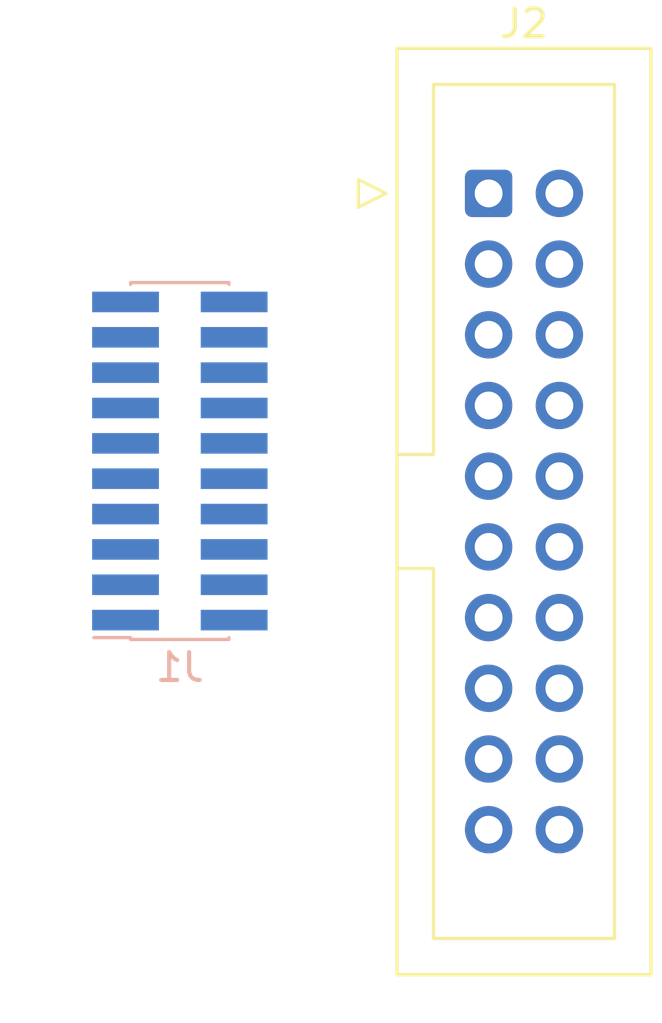
<source format=kicad_pcb>
(kicad_pcb (version 20171130) (host pcbnew 5.1.9-73d0e3b20d~88~ubuntu18.04.1)

  (general
    (thickness 1.6)
    (drawings 0)
    (tracks 0)
    (zones 0)
    (modules 2)
    (nets 24)
  )

  (page A4)
  (layers
    (0 F.Cu signal)
    (31 B.Cu signal)
    (32 B.Adhes user)
    (33 F.Adhes user)
    (34 B.Paste user)
    (35 F.Paste user)
    (36 B.SilkS user)
    (37 F.SilkS user)
    (38 B.Mask user)
    (39 F.Mask user)
    (40 Dwgs.User user)
    (41 Cmts.User user)
    (42 Eco1.User user)
    (43 Eco2.User user)
    (44 Edge.Cuts user)
    (45 Margin user)
    (46 B.CrtYd user)
    (47 F.CrtYd user)
    (48 B.Fab user)
    (49 F.Fab user)
  )

  (setup
    (last_trace_width 0.25)
    (trace_clearance 0.2)
    (zone_clearance 0.508)
    (zone_45_only no)
    (trace_min 0.2)
    (via_size 0.8)
    (via_drill 0.4)
    (via_min_size 0.4)
    (via_min_drill 0.3)
    (uvia_size 0.3)
    (uvia_drill 0.1)
    (uvias_allowed no)
    (uvia_min_size 0.2)
    (uvia_min_drill 0.1)
    (edge_width 0.05)
    (segment_width 0.2)
    (pcb_text_width 0.3)
    (pcb_text_size 1.5 1.5)
    (mod_edge_width 0.12)
    (mod_text_size 1 1)
    (mod_text_width 0.15)
    (pad_size 1.524 1.524)
    (pad_drill 0.762)
    (pad_to_mask_clearance 0)
    (aux_axis_origin 0 0)
    (visible_elements FFFFFF7F)
    (pcbplotparams
      (layerselection 0x010fc_ffffffff)
      (usegerberextensions false)
      (usegerberattributes true)
      (usegerberadvancedattributes true)
      (creategerberjobfile true)
      (excludeedgelayer true)
      (linewidth 0.100000)
      (plotframeref false)
      (viasonmask false)
      (mode 1)
      (useauxorigin false)
      (hpglpennumber 1)
      (hpglpenspeed 20)
      (hpglpendiameter 15.000000)
      (psnegative false)
      (psa4output false)
      (plotreference true)
      (plotvalue true)
      (plotinvisibletext false)
      (padsonsilk false)
      (subtractmaskfromsilk false)
      (outputformat 1)
      (mirror false)
      (drillshape 1)
      (scaleselection 1)
      (outputdirectory ""))
  )

  (net 0 "")
  (net 1 /JTAG_TRSTn)
  (net 2 /JTAG_TMS)
  (net 3 /JTAG_TDIS)
  (net 4 /JTAG_TDI)
  (net 5 "Net-(J1-Pad5)")
  (net 6 /VDD_3V3B)
  (net 7 GND)
  (net 8 /JTAG_TDO)
  (net 9 /JTAG_TCKRTN)
  (net 10 /JTAG_TCK)
  (net 11 /JTAG_EMU1)
  (net 12 /JTAG_EMU0)
  (net 13 /JTAG_SYS_RESETn)
  (net 14 /CLKOUT2)
  (net 15 /XDMA_EVENT_INTR0)
  (net 16 /MMC0_SD)
  (net 17 /DBGRQ)
  (net 18 /5V-Supply)
  (net 19 "Net-(J2-Pad2)")
  (net 20 "Net-(J2-Pad14)")
  (net 21 "Net-(J2-Pad16)")
  (net 22 "Net-(J2-Pad18)")
  (net 23 "Net-(J2-Pad20)")

  (net_class Default "This is the default net class."
    (clearance 0.2)
    (trace_width 0.25)
    (via_dia 0.8)
    (via_drill 0.4)
    (uvia_dia 0.3)
    (uvia_drill 0.1)
    (add_net /5V-Supply)
    (add_net /CLKOUT2)
    (add_net /DBGRQ)
    (add_net /JTAG_EMU0)
    (add_net /JTAG_EMU1)
    (add_net /JTAG_SYS_RESETn)
    (add_net /JTAG_TCK)
    (add_net /JTAG_TCKRTN)
    (add_net /JTAG_TDI)
    (add_net /JTAG_TDIS)
    (add_net /JTAG_TDO)
    (add_net /JTAG_TMS)
    (add_net /JTAG_TRSTn)
    (add_net /MMC0_SD)
    (add_net /VDD_3V3B)
    (add_net /XDMA_EVENT_INTR0)
    (add_net GND)
    (add_net "Net-(J1-Pad5)")
    (add_net "Net-(J2-Pad14)")
    (add_net "Net-(J2-Pad16)")
    (add_net "Net-(J2-Pad18)")
    (add_net "Net-(J2-Pad2)")
    (add_net "Net-(J2-Pad20)")
  )

  (module Connector_PinHeader_1.27mm:PinHeader_2x10_P1.27mm_Vertical_SMD (layer B.Cu) (tedit 59FED6E3) (tstamp 6050F926)
    (at 116.84 91.44)
    (descr "surface-mounted straight pin header, 2x10, 1.27mm pitch, double rows")
    (tags "Surface mounted pin header SMD 2x10 1.27mm double row")
    (path /60512968)
    (attr smd)
    (fp_text reference J1 (at 0 7.41) (layer B.SilkS)
      (effects (font (size 1 1) (thickness 0.15)) (justify mirror))
    )
    (fp_text value "cTI JTAG MIRROR" (at 0 -7.41) (layer B.Fab)
      (effects (font (size 1 1) (thickness 0.15)) (justify mirror))
    )
    (fp_line (start 4.3 6.85) (end -4.3 6.85) (layer B.CrtYd) (width 0.05))
    (fp_line (start 4.3 -6.85) (end 4.3 6.85) (layer B.CrtYd) (width 0.05))
    (fp_line (start -4.3 -6.85) (end 4.3 -6.85) (layer B.CrtYd) (width 0.05))
    (fp_line (start -4.3 6.85) (end -4.3 -6.85) (layer B.CrtYd) (width 0.05))
    (fp_line (start 1.765 -6.345) (end 1.765 -6.41) (layer B.SilkS) (width 0.12))
    (fp_line (start -1.765 -6.345) (end -1.765 -6.41) (layer B.SilkS) (width 0.12))
    (fp_line (start 1.765 6.41) (end 1.765 6.345) (layer B.SilkS) (width 0.12))
    (fp_line (start -1.765 6.41) (end -1.765 6.345) (layer B.SilkS) (width 0.12))
    (fp_line (start -3.09 6.345) (end -1.765 6.345) (layer B.SilkS) (width 0.12))
    (fp_line (start -1.765 -6.41) (end 1.765 -6.41) (layer B.SilkS) (width 0.12))
    (fp_line (start -1.765 6.41) (end 1.765 6.41) (layer B.SilkS) (width 0.12))
    (fp_line (start 2.75 -5.915) (end 1.705 -5.915) (layer B.Fab) (width 0.1))
    (fp_line (start 2.75 -5.515) (end 2.75 -5.915) (layer B.Fab) (width 0.1))
    (fp_line (start 1.705 -5.515) (end 2.75 -5.515) (layer B.Fab) (width 0.1))
    (fp_line (start -2.75 -5.915) (end -1.705 -5.915) (layer B.Fab) (width 0.1))
    (fp_line (start -2.75 -5.515) (end -2.75 -5.915) (layer B.Fab) (width 0.1))
    (fp_line (start -1.705 -5.515) (end -2.75 -5.515) (layer B.Fab) (width 0.1))
    (fp_line (start 2.75 -4.645) (end 1.705 -4.645) (layer B.Fab) (width 0.1))
    (fp_line (start 2.75 -4.245) (end 2.75 -4.645) (layer B.Fab) (width 0.1))
    (fp_line (start 1.705 -4.245) (end 2.75 -4.245) (layer B.Fab) (width 0.1))
    (fp_line (start -2.75 -4.645) (end -1.705 -4.645) (layer B.Fab) (width 0.1))
    (fp_line (start -2.75 -4.245) (end -2.75 -4.645) (layer B.Fab) (width 0.1))
    (fp_line (start -1.705 -4.245) (end -2.75 -4.245) (layer B.Fab) (width 0.1))
    (fp_line (start 2.75 -3.375) (end 1.705 -3.375) (layer B.Fab) (width 0.1))
    (fp_line (start 2.75 -2.975) (end 2.75 -3.375) (layer B.Fab) (width 0.1))
    (fp_line (start 1.705 -2.975) (end 2.75 -2.975) (layer B.Fab) (width 0.1))
    (fp_line (start -2.75 -3.375) (end -1.705 -3.375) (layer B.Fab) (width 0.1))
    (fp_line (start -2.75 -2.975) (end -2.75 -3.375) (layer B.Fab) (width 0.1))
    (fp_line (start -1.705 -2.975) (end -2.75 -2.975) (layer B.Fab) (width 0.1))
    (fp_line (start 2.75 -2.105) (end 1.705 -2.105) (layer B.Fab) (width 0.1))
    (fp_line (start 2.75 -1.705) (end 2.75 -2.105) (layer B.Fab) (width 0.1))
    (fp_line (start 1.705 -1.705) (end 2.75 -1.705) (layer B.Fab) (width 0.1))
    (fp_line (start -2.75 -2.105) (end -1.705 -2.105) (layer B.Fab) (width 0.1))
    (fp_line (start -2.75 -1.705) (end -2.75 -2.105) (layer B.Fab) (width 0.1))
    (fp_line (start -1.705 -1.705) (end -2.75 -1.705) (layer B.Fab) (width 0.1))
    (fp_line (start 2.75 -0.835) (end 1.705 -0.835) (layer B.Fab) (width 0.1))
    (fp_line (start 2.75 -0.435) (end 2.75 -0.835) (layer B.Fab) (width 0.1))
    (fp_line (start 1.705 -0.435) (end 2.75 -0.435) (layer B.Fab) (width 0.1))
    (fp_line (start -2.75 -0.835) (end -1.705 -0.835) (layer B.Fab) (width 0.1))
    (fp_line (start -2.75 -0.435) (end -2.75 -0.835) (layer B.Fab) (width 0.1))
    (fp_line (start -1.705 -0.435) (end -2.75 -0.435) (layer B.Fab) (width 0.1))
    (fp_line (start 2.75 0.435) (end 1.705 0.435) (layer B.Fab) (width 0.1))
    (fp_line (start 2.75 0.835) (end 2.75 0.435) (layer B.Fab) (width 0.1))
    (fp_line (start 1.705 0.835) (end 2.75 0.835) (layer B.Fab) (width 0.1))
    (fp_line (start -2.75 0.435) (end -1.705 0.435) (layer B.Fab) (width 0.1))
    (fp_line (start -2.75 0.835) (end -2.75 0.435) (layer B.Fab) (width 0.1))
    (fp_line (start -1.705 0.835) (end -2.75 0.835) (layer B.Fab) (width 0.1))
    (fp_line (start 2.75 1.705) (end 1.705 1.705) (layer B.Fab) (width 0.1))
    (fp_line (start 2.75 2.105) (end 2.75 1.705) (layer B.Fab) (width 0.1))
    (fp_line (start 1.705 2.105) (end 2.75 2.105) (layer B.Fab) (width 0.1))
    (fp_line (start -2.75 1.705) (end -1.705 1.705) (layer B.Fab) (width 0.1))
    (fp_line (start -2.75 2.105) (end -2.75 1.705) (layer B.Fab) (width 0.1))
    (fp_line (start -1.705 2.105) (end -2.75 2.105) (layer B.Fab) (width 0.1))
    (fp_line (start 2.75 2.975) (end 1.705 2.975) (layer B.Fab) (width 0.1))
    (fp_line (start 2.75 3.375) (end 2.75 2.975) (layer B.Fab) (width 0.1))
    (fp_line (start 1.705 3.375) (end 2.75 3.375) (layer B.Fab) (width 0.1))
    (fp_line (start -2.75 2.975) (end -1.705 2.975) (layer B.Fab) (width 0.1))
    (fp_line (start -2.75 3.375) (end -2.75 2.975) (layer B.Fab) (width 0.1))
    (fp_line (start -1.705 3.375) (end -2.75 3.375) (layer B.Fab) (width 0.1))
    (fp_line (start 2.75 4.245) (end 1.705 4.245) (layer B.Fab) (width 0.1))
    (fp_line (start 2.75 4.645) (end 2.75 4.245) (layer B.Fab) (width 0.1))
    (fp_line (start 1.705 4.645) (end 2.75 4.645) (layer B.Fab) (width 0.1))
    (fp_line (start -2.75 4.245) (end -1.705 4.245) (layer B.Fab) (width 0.1))
    (fp_line (start -2.75 4.645) (end -2.75 4.245) (layer B.Fab) (width 0.1))
    (fp_line (start -1.705 4.645) (end -2.75 4.645) (layer B.Fab) (width 0.1))
    (fp_line (start 2.75 5.515) (end 1.705 5.515) (layer B.Fab) (width 0.1))
    (fp_line (start 2.75 5.915) (end 2.75 5.515) (layer B.Fab) (width 0.1))
    (fp_line (start 1.705 5.915) (end 2.75 5.915) (layer B.Fab) (width 0.1))
    (fp_line (start -2.75 5.515) (end -1.705 5.515) (layer B.Fab) (width 0.1))
    (fp_line (start -2.75 5.915) (end -2.75 5.515) (layer B.Fab) (width 0.1))
    (fp_line (start -1.705 5.915) (end -2.75 5.915) (layer B.Fab) (width 0.1))
    (fp_line (start 1.705 6.35) (end 1.705 -6.35) (layer B.Fab) (width 0.1))
    (fp_line (start -1.705 5.915) (end -1.27 6.35) (layer B.Fab) (width 0.1))
    (fp_line (start -1.705 -6.35) (end -1.705 5.915) (layer B.Fab) (width 0.1))
    (fp_line (start -1.27 6.35) (end 1.705 6.35) (layer B.Fab) (width 0.1))
    (fp_line (start 1.705 -6.35) (end -1.705 -6.35) (layer B.Fab) (width 0.1))
    (fp_text user %R (at 0 0 270) (layer B.Fab)
      (effects (font (size 1 1) (thickness 0.15)) (justify mirror))
    )
    (pad 1 smd rect (at -1.95 5.715) (size 2.4 0.74) (layers B.Cu B.Paste B.Mask)
      (net 1 /JTAG_TRSTn))
    (pad 2 smd rect (at 1.95 5.715) (size 2.4 0.74) (layers B.Cu B.Paste B.Mask)
      (net 2 /JTAG_TMS))
    (pad 3 smd rect (at -1.95 4.445) (size 2.4 0.74) (layers B.Cu B.Paste B.Mask)
      (net 3 /JTAG_TDIS))
    (pad 4 smd rect (at 1.95 4.445) (size 2.4 0.74) (layers B.Cu B.Paste B.Mask)
      (net 4 /JTAG_TDI))
    (pad 5 smd rect (at -1.95 3.175) (size 2.4 0.74) (layers B.Cu B.Paste B.Mask)
      (net 5 "Net-(J1-Pad5)"))
    (pad 6 smd rect (at 1.95 3.175) (size 2.4 0.74) (layers B.Cu B.Paste B.Mask)
      (net 6 /VDD_3V3B))
    (pad 7 smd rect (at -1.95 1.905) (size 2.4 0.74) (layers B.Cu B.Paste B.Mask)
      (net 7 GND))
    (pad 8 smd rect (at 1.95 1.905) (size 2.4 0.74) (layers B.Cu B.Paste B.Mask)
      (net 8 /JTAG_TDO))
    (pad 9 smd rect (at -1.95 0.635) (size 2.4 0.74) (layers B.Cu B.Paste B.Mask)
      (net 7 GND))
    (pad 10 smd rect (at 1.95 0.635) (size 2.4 0.74) (layers B.Cu B.Paste B.Mask)
      (net 9 /JTAG_TCKRTN))
    (pad 11 smd rect (at -1.95 -0.635) (size 2.4 0.74) (layers B.Cu B.Paste B.Mask)
      (net 7 GND))
    (pad 12 smd rect (at 1.95 -0.635) (size 2.4 0.74) (layers B.Cu B.Paste B.Mask)
      (net 10 /JTAG_TCK))
    (pad 13 smd rect (at -1.95 -1.905) (size 2.4 0.74) (layers B.Cu B.Paste B.Mask)
      (net 11 /JTAG_EMU1))
    (pad 14 smd rect (at 1.95 -1.905) (size 2.4 0.74) (layers B.Cu B.Paste B.Mask)
      (net 12 /JTAG_EMU0))
    (pad 15 smd rect (at -1.95 -3.175) (size 2.4 0.74) (layers B.Cu B.Paste B.Mask)
      (net 7 GND))
    (pad 16 smd rect (at 1.95 -3.175) (size 2.4 0.74) (layers B.Cu B.Paste B.Mask)
      (net 13 /JTAG_SYS_RESETn))
    (pad 17 smd rect (at -1.95 -4.445) (size 2.4 0.74) (layers B.Cu B.Paste B.Mask)
      (net 14 /CLKOUT2))
    (pad 18 smd rect (at 1.95 -4.445) (size 2.4 0.74) (layers B.Cu B.Paste B.Mask)
      (net 15 /XDMA_EVENT_INTR0))
    (pad 19 smd rect (at -1.95 -5.715) (size 2.4 0.74) (layers B.Cu B.Paste B.Mask)
      (net 7 GND))
    (pad 20 smd rect (at 1.95 -5.715) (size 2.4 0.74) (layers B.Cu B.Paste B.Mask)
      (net 16 /MMC0_SD))
    (model ${KISYS3DMOD}/Connector_PinHeader_1.27mm.3dshapes/PinHeader_2x10_P1.27mm_Vertical_SMD.wrl
      (at (xyz 0 0 0))
      (scale (xyz 1 1 1))
      (rotate (xyz 0 0 0))
    )
  )

  (module Connector_IDC:IDC-Header_2x10_P2.54mm_Vertical (layer F.Cu) (tedit 5EAC9A07) (tstamp 6050F95F)
    (at 127.930001 81.825001)
    (descr "Through hole IDC box header, 2x10, 2.54mm pitch, DIN 41651 / IEC 60603-13, double rows, https://docs.google.com/spreadsheets/d/16SsEcesNF15N3Lb4niX7dcUr-NY5_MFPQhobNuNppn4/edit#gid=0")
    (tags "Through hole vertical IDC box header THT 2x10 2.54mm double row")
    (path /60523B77)
    (fp_text reference J2 (at 1.27 -6.1) (layer F.SilkS)
      (effects (font (size 1 1) (thickness 0.15)))
    )
    (fp_text value "JLINK JTAG" (at 1.27 28.96) (layer F.Fab)
      (effects (font (size 1 1) (thickness 0.15)))
    )
    (fp_line (start 6.22 -5.6) (end -3.68 -5.6) (layer F.CrtYd) (width 0.05))
    (fp_line (start 6.22 28.46) (end 6.22 -5.6) (layer F.CrtYd) (width 0.05))
    (fp_line (start -3.68 28.46) (end 6.22 28.46) (layer F.CrtYd) (width 0.05))
    (fp_line (start -3.68 -5.6) (end -3.68 28.46) (layer F.CrtYd) (width 0.05))
    (fp_line (start -4.68 0.5) (end -3.68 0) (layer F.SilkS) (width 0.12))
    (fp_line (start -4.68 -0.5) (end -4.68 0.5) (layer F.SilkS) (width 0.12))
    (fp_line (start -3.68 0) (end -4.68 -0.5) (layer F.SilkS) (width 0.12))
    (fp_line (start -1.98 13.48) (end -3.29 13.48) (layer F.SilkS) (width 0.12))
    (fp_line (start -1.98 13.48) (end -1.98 13.48) (layer F.SilkS) (width 0.12))
    (fp_line (start -1.98 26.77) (end -1.98 13.48) (layer F.SilkS) (width 0.12))
    (fp_line (start 4.52 26.77) (end -1.98 26.77) (layer F.SilkS) (width 0.12))
    (fp_line (start 4.52 -3.91) (end 4.52 26.77) (layer F.SilkS) (width 0.12))
    (fp_line (start -1.98 -3.91) (end 4.52 -3.91) (layer F.SilkS) (width 0.12))
    (fp_line (start -1.98 9.38) (end -1.98 -3.91) (layer F.SilkS) (width 0.12))
    (fp_line (start -3.29 9.38) (end -1.98 9.38) (layer F.SilkS) (width 0.12))
    (fp_line (start -3.29 28.07) (end -3.29 -5.21) (layer F.SilkS) (width 0.12))
    (fp_line (start 5.83 28.07) (end -3.29 28.07) (layer F.SilkS) (width 0.12))
    (fp_line (start 5.83 -5.21) (end 5.83 28.07) (layer F.SilkS) (width 0.12))
    (fp_line (start -3.29 -5.21) (end 5.83 -5.21) (layer F.SilkS) (width 0.12))
    (fp_line (start -1.98 13.48) (end -3.18 13.48) (layer F.Fab) (width 0.1))
    (fp_line (start -1.98 13.48) (end -1.98 13.48) (layer F.Fab) (width 0.1))
    (fp_line (start -1.98 26.77) (end -1.98 13.48) (layer F.Fab) (width 0.1))
    (fp_line (start 4.52 26.77) (end -1.98 26.77) (layer F.Fab) (width 0.1))
    (fp_line (start 4.52 -3.91) (end 4.52 26.77) (layer F.Fab) (width 0.1))
    (fp_line (start -1.98 -3.91) (end 4.52 -3.91) (layer F.Fab) (width 0.1))
    (fp_line (start -1.98 9.38) (end -1.98 -3.91) (layer F.Fab) (width 0.1))
    (fp_line (start -3.18 9.38) (end -1.98 9.38) (layer F.Fab) (width 0.1))
    (fp_line (start -3.18 27.96) (end -3.18 -4.1) (layer F.Fab) (width 0.1))
    (fp_line (start 5.72 27.96) (end -3.18 27.96) (layer F.Fab) (width 0.1))
    (fp_line (start 5.72 -5.1) (end 5.72 27.96) (layer F.Fab) (width 0.1))
    (fp_line (start -2.18 -5.1) (end 5.72 -5.1) (layer F.Fab) (width 0.1))
    (fp_line (start -3.18 -4.1) (end -2.18 -5.1) (layer F.Fab) (width 0.1))
    (fp_text user %R (at 1.27 11.43 90) (layer F.Fab)
      (effects (font (size 1 1) (thickness 0.15)))
    )
    (pad 1 thru_hole roundrect (at 0 0) (size 1.7 1.7) (drill 1) (layers *.Cu *.Mask) (roundrect_rratio 0.147059)
      (net 6 /VDD_3V3B))
    (pad 3 thru_hole circle (at 0 2.54) (size 1.7 1.7) (drill 1) (layers *.Cu *.Mask)
      (net 1 /JTAG_TRSTn))
    (pad 5 thru_hole circle (at 0 5.08) (size 1.7 1.7) (drill 1) (layers *.Cu *.Mask)
      (net 4 /JTAG_TDI))
    (pad 7 thru_hole circle (at 0 7.62) (size 1.7 1.7) (drill 1) (layers *.Cu *.Mask)
      (net 2 /JTAG_TMS))
    (pad 9 thru_hole circle (at 0 10.16) (size 1.7 1.7) (drill 1) (layers *.Cu *.Mask)
      (net 10 /JTAG_TCK))
    (pad 11 thru_hole circle (at 0 12.7) (size 1.7 1.7) (drill 1) (layers *.Cu *.Mask)
      (net 9 /JTAG_TCKRTN))
    (pad 13 thru_hole circle (at 0 15.24) (size 1.7 1.7) (drill 1) (layers *.Cu *.Mask)
      (net 8 /JTAG_TDO))
    (pad 15 thru_hole circle (at 0 17.78) (size 1.7 1.7) (drill 1) (layers *.Cu *.Mask)
      (net 13 /JTAG_SYS_RESETn))
    (pad 17 thru_hole circle (at 0 20.32) (size 1.7 1.7) (drill 1) (layers *.Cu *.Mask)
      (net 17 /DBGRQ))
    (pad 19 thru_hole circle (at 0 22.86) (size 1.7 1.7) (drill 1) (layers *.Cu *.Mask)
      (net 18 /5V-Supply))
    (pad 2 thru_hole circle (at 2.54 0) (size 1.7 1.7) (drill 1) (layers *.Cu *.Mask)
      (net 19 "Net-(J2-Pad2)"))
    (pad 4 thru_hole circle (at 2.54 2.54) (size 1.7 1.7) (drill 1) (layers *.Cu *.Mask)
      (net 7 GND))
    (pad 6 thru_hole circle (at 2.54 5.08) (size 1.7 1.7) (drill 1) (layers *.Cu *.Mask)
      (net 7 GND))
    (pad 8 thru_hole circle (at 2.54 7.62) (size 1.7 1.7) (drill 1) (layers *.Cu *.Mask)
      (net 7 GND))
    (pad 10 thru_hole circle (at 2.54 10.16) (size 1.7 1.7) (drill 1) (layers *.Cu *.Mask)
      (net 7 GND))
    (pad 12 thru_hole circle (at 2.54 12.7) (size 1.7 1.7) (drill 1) (layers *.Cu *.Mask)
      (net 7 GND))
    (pad 14 thru_hole circle (at 2.54 15.24) (size 1.7 1.7) (drill 1) (layers *.Cu *.Mask)
      (net 20 "Net-(J2-Pad14)"))
    (pad 16 thru_hole circle (at 2.54 17.78) (size 1.7 1.7) (drill 1) (layers *.Cu *.Mask)
      (net 21 "Net-(J2-Pad16)"))
    (pad 18 thru_hole circle (at 2.54 20.32) (size 1.7 1.7) (drill 1) (layers *.Cu *.Mask)
      (net 22 "Net-(J2-Pad18)"))
    (pad 20 thru_hole circle (at 2.54 22.86) (size 1.7 1.7) (drill 1) (layers *.Cu *.Mask)
      (net 23 "Net-(J2-Pad20)"))
    (model ${KISYS3DMOD}/Connector_IDC.3dshapes/IDC-Header_2x10_P2.54mm_Vertical.wrl
      (at (xyz 0 0 0))
      (scale (xyz 1 1 1))
      (rotate (xyz 0 0 0))
    )
  )

)

</source>
